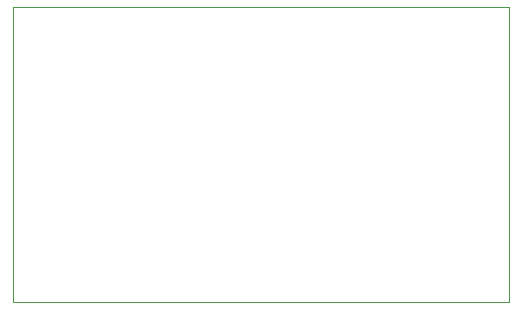
<source format=gm1>
G04 #@! TF.GenerationSoftware,KiCad,Pcbnew,(5.1.9-16-g1737927814)-1*
G04 #@! TF.CreationDate,2021-04-01T12:19:28-04:00*
G04 #@! TF.ProjectId,pressure_mpx5700ap_gp,70726573-7375-4726-955f-6d7078353730,1*
G04 #@! TF.SameCoordinates,Original*
G04 #@! TF.FileFunction,Profile,NP*
%FSLAX45Y45*%
G04 Gerber Fmt 4.5, Leading zero omitted, Abs format (unit mm)*
G04 Created by KiCad (PCBNEW (5.1.9-16-g1737927814)-1) date 2021-04-01 12:19:28*
%MOMM*%
%LPD*%
G01*
G04 APERTURE LIST*
G04 #@! TA.AperFunction,Profile*
%ADD10C,0.050000*%
G04 #@! TD*
G04 APERTURE END LIST*
D10*
X0Y-2500000D02*
X0Y0D01*
X4200000Y-2500000D02*
X0Y-2500000D01*
X4200000Y0D02*
X4200000Y-2500000D01*
X0Y0D02*
X4200000Y0D01*
M02*

</source>
